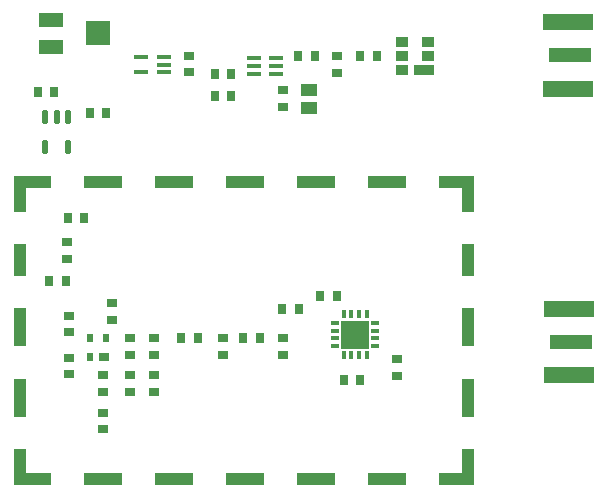
<source format=gbr>
%TF.GenerationSoftware,Altium Limited,Altium Designer,22.6.1 (34)*%
G04 Layer_Color=8421504*
%FSLAX26Y26*%
%MOIN*%
%TF.SameCoordinates,2B337168-DF0E-4336-AB3C-9C7F5D13073F*%
%TF.FilePolarity,Positive*%
%TF.FileFunction,Paste,Top*%
%TF.Part,Single*%
G01*
G75*
%TA.AperFunction,SMDPad,CuDef*%
%ADD10R,0.118110X0.039370*%
%ADD11R,0.039370X0.120079*%
%ADD12R,0.039370X0.129921*%
%ADD13R,0.039370X0.106299*%
%ADD14R,0.129921X0.039370*%
%ADD15R,0.094488X0.094488*%
G04:AMPARAMS|DCode=16|XSize=16.535mil|YSize=25.591mil|CornerRadius=4.134mil|HoleSize=0mil|Usage=FLASHONLY|Rotation=0.000|XOffset=0mil|YOffset=0mil|HoleType=Round|Shape=RoundedRectangle|*
%AMROUNDEDRECTD16*
21,1,0.016535,0.017323,0,0,0.0*
21,1,0.008268,0.025591,0,0,0.0*
1,1,0.008268,0.004134,-0.008662*
1,1,0.008268,-0.004134,-0.008662*
1,1,0.008268,-0.004134,0.008662*
1,1,0.008268,0.004134,0.008662*
%
%ADD16ROUNDEDRECTD16*%
G04:AMPARAMS|DCode=17|XSize=16.535mil|YSize=25.591mil|CornerRadius=4.134mil|HoleSize=0mil|Usage=FLASHONLY|Rotation=90.000|XOffset=0mil|YOffset=0mil|HoleType=Round|Shape=RoundedRectangle|*
%AMROUNDEDRECTD17*
21,1,0.016535,0.017323,0,0,90.0*
21,1,0.008268,0.025591,0,0,90.0*
1,1,0.008268,0.008662,0.004134*
1,1,0.008268,0.008662,-0.004134*
1,1,0.008268,-0.008662,-0.004134*
1,1,0.008268,-0.008662,0.004134*
%
%ADD17ROUNDEDRECTD17*%
%TA.AperFunction,ConnectorPad*%
%ADD18R,0.141732X0.050000*%
%ADD19R,0.165354X0.053150*%
%TA.AperFunction,SMDPad,CuDef*%
%ADD20R,0.035433X0.031496*%
%ADD21R,0.031496X0.035433*%
%ADD22R,0.023622X0.031496*%
%ADD23R,0.066929X0.031890*%
%ADD24R,0.041339X0.031890*%
G04:AMPARAMS|DCode=25|XSize=46.85mil|YSize=15.748mil|CornerRadius=1.968mil|HoleSize=0mil|Usage=FLASHONLY|Rotation=180.000|XOffset=0mil|YOffset=0mil|HoleType=Round|Shape=RoundedRectangle|*
%AMROUNDEDRECTD25*
21,1,0.046850,0.011811,0,0,180.0*
21,1,0.042913,0.015748,0,0,180.0*
1,1,0.003937,-0.021457,0.005906*
1,1,0.003937,0.021457,0.005906*
1,1,0.003937,0.021457,-0.005906*
1,1,0.003937,-0.021457,-0.005906*
%
%ADD25ROUNDEDRECTD25*%
%ADD26R,0.046110X0.013811*%
%ADD27R,0.055118X0.043307*%
G04:AMPARAMS|DCode=28|XSize=47.638mil|YSize=23.228mil|CornerRadius=5.807mil|HoleSize=0mil|Usage=FLASHONLY|Rotation=270.000|XOffset=0mil|YOffset=0mil|HoleType=Round|Shape=RoundedRectangle|*
%AMROUNDEDRECTD28*
21,1,0.047638,0.011614,0,0,270.0*
21,1,0.036024,0.023228,0,0,270.0*
1,1,0.011614,-0.005807,-0.018012*
1,1,0.011614,-0.005807,0.018012*
1,1,0.011614,0.005807,0.018012*
1,1,0.011614,0.005807,-0.018012*
%
%ADD28ROUNDEDRECTD28*%
%ADD29R,0.078740X0.051181*%
%ADD30R,0.078740X0.078740*%
D10*
X2830315Y887874D02*
D03*
Y1880000D02*
D03*
X1424803D02*
D03*
Y887874D02*
D03*
D11*
X2871654Y928228D02*
D03*
Y1839646D02*
D03*
X1379528D02*
D03*
Y928228D02*
D03*
D12*
X2871654Y1159528D02*
D03*
Y1395748D02*
D03*
X1379528D02*
D03*
Y1159528D02*
D03*
D13*
X2871654Y1620158D02*
D03*
X1379528D02*
D03*
D14*
X2600000Y1880000D02*
D03*
X2363780D02*
D03*
X2127559D02*
D03*
X1891339D02*
D03*
X1655118D02*
D03*
Y887874D02*
D03*
X1891339D02*
D03*
X2127559D02*
D03*
X2363780D02*
D03*
X2600000D02*
D03*
D15*
X2495000Y1370000D02*
D03*
D16*
X2456614Y1437913D02*
D03*
X2482205D02*
D03*
X2507795D02*
D03*
X2533386D02*
D03*
Y1302087D02*
D03*
X2507795D02*
D03*
X2482205D02*
D03*
X2456614D02*
D03*
D17*
X2562913Y1408386D02*
D03*
Y1382795D02*
D03*
Y1357205D02*
D03*
Y1331614D02*
D03*
X2427087D02*
D03*
Y1357205D02*
D03*
Y1382795D02*
D03*
Y1408386D02*
D03*
D18*
X3215000Y1345000D02*
D03*
X3212874Y2301220D02*
D03*
D19*
X3207126Y1233780D02*
D03*
Y1456220D02*
D03*
X3205000Y2190000D02*
D03*
Y2412441D02*
D03*
D20*
X1655000Y1235000D02*
D03*
Y1179882D02*
D03*
X1540000Y1292559D02*
D03*
Y1237441D02*
D03*
Y1432559D02*
D03*
Y1377441D02*
D03*
X1655000Y1110118D02*
D03*
Y1055000D02*
D03*
X1535000Y1622441D02*
D03*
Y1677559D02*
D03*
X1657803Y1296494D02*
D03*
X1685000Y1475000D02*
D03*
Y1419882D02*
D03*
X1745000Y1235000D02*
D03*
Y1179882D02*
D03*
X1745000Y1357559D02*
D03*
Y1302441D02*
D03*
X1825000Y1357559D02*
D03*
Y1302441D02*
D03*
X2255000Y1357559D02*
D03*
Y1302441D02*
D03*
X2635000Y1232441D02*
D03*
Y1287559D02*
D03*
X1825000Y1235118D02*
D03*
Y1180000D02*
D03*
X2055000Y1357559D02*
D03*
Y1302441D02*
D03*
X1940000Y2300000D02*
D03*
Y2244882D02*
D03*
X2255000Y2129882D02*
D03*
Y2185000D02*
D03*
X2435000Y2242441D02*
D03*
Y2297559D02*
D03*
D21*
X1530000Y1550000D02*
D03*
X1474882D02*
D03*
X1537441Y1760000D02*
D03*
X1592559D02*
D03*
X1915000Y1360000D02*
D03*
X1970118D02*
D03*
X2307559Y1455000D02*
D03*
X2252441D02*
D03*
X2512559Y1220000D02*
D03*
X2457441D02*
D03*
X2379882Y1500000D02*
D03*
X2435000D02*
D03*
X2177559Y1360000D02*
D03*
X2122441D02*
D03*
X2567559Y2300000D02*
D03*
X2512441D02*
D03*
X2027441Y2165000D02*
D03*
X2082559D02*
D03*
X2082559Y2240000D02*
D03*
X2027441D02*
D03*
X1492559Y2180000D02*
D03*
X1437441D02*
D03*
X2360118Y2300000D02*
D03*
X2305000D02*
D03*
X1665118Y2110000D02*
D03*
X1610000D02*
D03*
D22*
X1612527Y1359486D02*
D03*
X1663709D02*
D03*
X1612527Y1296494D02*
D03*
D23*
X2724528Y2252953D02*
D03*
D24*
X2737323Y2300000D02*
D03*
Y2347047D02*
D03*
X2652677D02*
D03*
Y2300000D02*
D03*
Y2252953D02*
D03*
D25*
X1857795Y2244409D02*
D03*
Y2270000D02*
D03*
Y2295591D02*
D03*
X1782205D02*
D03*
Y2244409D02*
D03*
D26*
X2156811Y2290591D02*
D03*
Y2265000D02*
D03*
Y2239409D02*
D03*
X2233189D02*
D03*
Y2265000D02*
D03*
Y2290591D02*
D03*
D27*
X2340000Y2184528D02*
D03*
Y2125472D02*
D03*
D28*
X1537402Y1995591D02*
D03*
X1462598D02*
D03*
Y2094409D02*
D03*
X1500000D02*
D03*
X1537402D02*
D03*
D29*
X1481260Y2329724D02*
D03*
Y2420276D02*
D03*
D30*
X1638740Y2375000D02*
D03*
%TF.MD5,843d5c55ca69e6f6b1c88a8fb4012254*%
M02*

</source>
